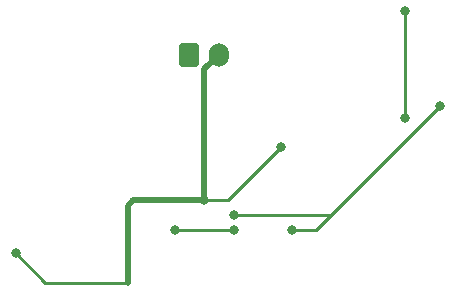
<source format=gbr>
%TF.GenerationSoftware,KiCad,Pcbnew,7.0.8*%
%TF.CreationDate,2023-10-16T22:27:31-07:00*%
%TF.ProjectId,Lab2,4c616232-2e6b-4696-9361-645f70636258,rev?*%
%TF.SameCoordinates,Original*%
%TF.FileFunction,Copper,L2,Bot*%
%TF.FilePolarity,Positive*%
%FSLAX46Y46*%
G04 Gerber Fmt 4.6, Leading zero omitted, Abs format (unit mm)*
G04 Created by KiCad (PCBNEW 7.0.8) date 2023-10-16 22:27:31*
%MOMM*%
%LPD*%
G01*
G04 APERTURE LIST*
G04 Aperture macros list*
%AMRoundRect*
0 Rectangle with rounded corners*
0 $1 Rounding radius*
0 $2 $3 $4 $5 $6 $7 $8 $9 X,Y pos of 4 corners*
0 Add a 4 corners polygon primitive as box body*
4,1,4,$2,$3,$4,$5,$6,$7,$8,$9,$2,$3,0*
0 Add four circle primitives for the rounded corners*
1,1,$1+$1,$2,$3*
1,1,$1+$1,$4,$5*
1,1,$1+$1,$6,$7*
1,1,$1+$1,$8,$9*
0 Add four rect primitives between the rounded corners*
20,1,$1+$1,$2,$3,$4,$5,0*
20,1,$1+$1,$4,$5,$6,$7,0*
20,1,$1+$1,$6,$7,$8,$9,0*
20,1,$1+$1,$8,$9,$2,$3,0*%
G04 Aperture macros list end*
%TA.AperFunction,ComponentPad*%
%ADD10O,1.700000X2.000000*%
%TD*%
%TA.AperFunction,ComponentPad*%
%ADD11RoundRect,0.250000X-0.600000X-0.750000X0.600000X-0.750000X0.600000X0.750000X-0.600000X0.750000X0*%
%TD*%
%TA.AperFunction,ViaPad*%
%ADD12C,0.800000*%
%TD*%
%TA.AperFunction,Conductor*%
%ADD13C,0.254000*%
%TD*%
%TA.AperFunction,Conductor*%
%ADD14C,0.508000*%
%TD*%
%TA.AperFunction,Conductor*%
%ADD15C,0.250000*%
%TD*%
G04 APERTURE END LIST*
D10*
%TO.P,J1,2,Pin_2*%
%TO.N,GND*%
X35747500Y-34160000D03*
D11*
%TO.P,J1,1,Pin_1*%
%TO.N,+9V*%
X33247500Y-34160000D03*
%TD*%
D12*
%TO.N,GND*%
X18525000Y-51000000D03*
X41000000Y-42000000D03*
X34500000Y-46500000D03*
%TO.N,/pin_3*%
X32000000Y-49000000D03*
X37000000Y-49000000D03*
%TO.N,/pin_7*%
X51500000Y-30500000D03*
X51500000Y-39500000D03*
%TO.N,/pin_2*%
X41950000Y-49040000D03*
X37000000Y-47770000D03*
X54500000Y-38500000D03*
%TD*%
D13*
%TO.N,GND*%
X28000000Y-53500000D02*
X21025000Y-53500000D01*
X21025000Y-53500000D02*
X18525000Y-51000000D01*
X36500000Y-46500000D02*
X34500000Y-46500000D01*
X41000000Y-42000000D02*
X36500000Y-46500000D01*
D14*
X34500000Y-46500000D02*
X34500000Y-35407500D01*
X34500000Y-35407500D02*
X35747500Y-34160000D01*
X28500000Y-46500000D02*
X34500000Y-46500000D01*
X28000000Y-47000000D02*
X28500000Y-46500000D01*
X28000000Y-53500000D02*
X28000000Y-47000000D01*
D13*
%TO.N,/pin_3*%
X32000000Y-49000000D02*
X37000000Y-49000000D01*
D15*
%TO.N,/pin_7*%
X51500000Y-39500000D02*
X51500000Y-30500000D01*
%TO.N,/pin_2*%
X54500000Y-38500000D02*
X43960000Y-49040000D01*
X43960000Y-49040000D02*
X41950000Y-49040000D01*
X54500000Y-38500000D02*
X45230000Y-47770000D01*
X45230000Y-47770000D02*
X37000000Y-47770000D01*
%TD*%
M02*

</source>
